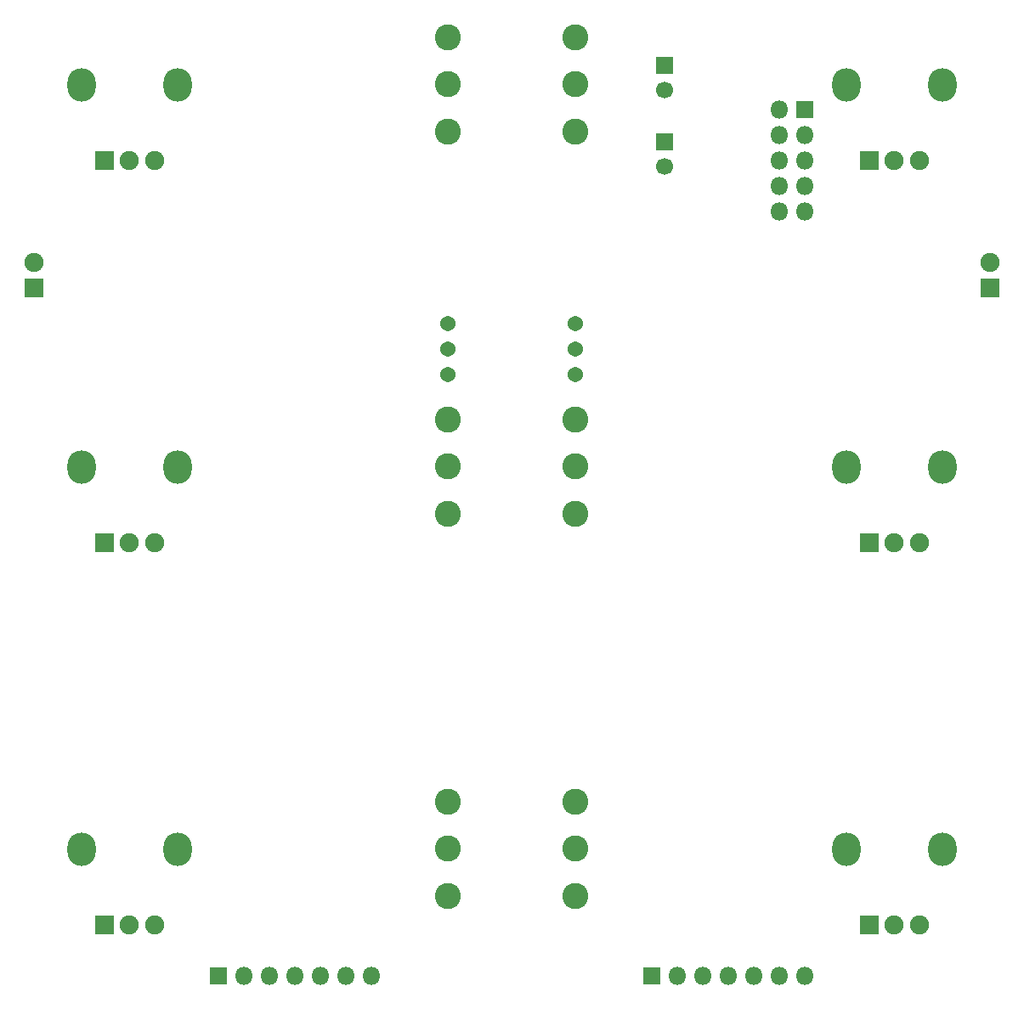
<source format=gbr>
G04 #@! TF.GenerationSoftware,KiCad,Pcbnew,5.1.6-c6e7f7d~86~ubuntu18.04.1*
G04 #@! TF.CreationDate,2020-06-20T10:00:21-04:00*
G04 #@! TF.ProjectId,slope_generators,736c6f70-655f-4676-956e-657261746f72,rev?*
G04 #@! TF.SameCoordinates,Original*
G04 #@! TF.FileFunction,Soldermask,Top*
G04 #@! TF.FilePolarity,Negative*
%FSLAX46Y46*%
G04 Gerber Fmt 4.6, Leading zero omitted, Abs format (unit mm)*
G04 Created by KiCad (PCBNEW 5.1.6-c6e7f7d~86~ubuntu18.04.1) date 2020-06-20 10:00:21*
%MOMM*%
%LPD*%
G01*
G04 APERTURE LIST*
%ADD10C,1.540000*%
%ADD11C,1.900000*%
%ADD12R,1.900000X1.900000*%
%ADD13C,1.700000*%
%ADD14R,1.700000X1.700000*%
%ADD15C,2.600000*%
%ADD16O,2.820000X3.340000*%
%ADD17O,1.800000X1.800000*%
%ADD18R,1.800000X1.800000*%
G04 APERTURE END LIST*
D10*
X157480000Y-82296000D03*
X157480000Y-84836000D03*
X157480000Y-87376000D03*
X144780000Y-82296000D03*
X144780000Y-84836000D03*
X144780000Y-87376000D03*
D11*
X198755000Y-76200000D03*
D12*
X198755000Y-78740000D03*
D11*
X103505000Y-76200000D03*
D12*
X103505000Y-78740000D03*
D13*
X166370000Y-66635000D03*
D14*
X166370000Y-64135000D03*
D13*
X166370000Y-59015000D03*
D14*
X166370000Y-56515000D03*
D15*
X157480000Y-139320000D03*
X157480000Y-134620000D03*
X157480000Y-129920000D03*
X157480000Y-63120000D03*
X157480000Y-58420000D03*
X157480000Y-53720000D03*
X157480000Y-101220000D03*
X157480000Y-96520000D03*
X157480000Y-91820000D03*
X144780000Y-139320000D03*
X144780000Y-134620000D03*
X144780000Y-129920000D03*
X144780000Y-63120000D03*
X144780000Y-58420000D03*
X144780000Y-53720000D03*
X144780000Y-101220000D03*
X144780000Y-96520000D03*
X144780000Y-91820000D03*
D16*
X184430000Y-96640000D03*
X194030000Y-96640000D03*
D11*
X191730000Y-104140000D03*
X189230000Y-104140000D03*
D12*
X186730000Y-104140000D03*
D16*
X184430000Y-58540000D03*
X194030000Y-58540000D03*
D11*
X191730000Y-66040000D03*
X189230000Y-66040000D03*
D12*
X186730000Y-66040000D03*
D16*
X184430000Y-134740000D03*
X194030000Y-134740000D03*
D11*
X191730000Y-142240000D03*
X189230000Y-142240000D03*
D12*
X186730000Y-142240000D03*
D16*
X108230000Y-96640000D03*
X117830000Y-96640000D03*
D11*
X115530000Y-104140000D03*
X113030000Y-104140000D03*
D12*
X110530000Y-104140000D03*
D16*
X108230000Y-58540000D03*
X117830000Y-58540000D03*
D11*
X115530000Y-66040000D03*
X113030000Y-66040000D03*
D12*
X110530000Y-66040000D03*
D16*
X108230000Y-134740000D03*
X117830000Y-134740000D03*
D11*
X115530000Y-142240000D03*
X113030000Y-142240000D03*
D12*
X110530000Y-142240000D03*
D17*
X177800000Y-71120000D03*
X180340000Y-71120000D03*
X177800000Y-68580000D03*
X180340000Y-68580000D03*
X177800000Y-66040000D03*
X180340000Y-66040000D03*
X177800000Y-63500000D03*
X180340000Y-63500000D03*
X177800000Y-60960000D03*
D18*
X180340000Y-60960000D03*
D17*
X180340000Y-147320000D03*
X177800000Y-147320000D03*
X175260000Y-147320000D03*
X172720000Y-147320000D03*
X170180000Y-147320000D03*
X167640000Y-147320000D03*
D18*
X165100000Y-147320000D03*
D17*
X137160000Y-147320000D03*
X134620000Y-147320000D03*
X132080000Y-147320000D03*
X129540000Y-147320000D03*
X127000000Y-147320000D03*
X124460000Y-147320000D03*
D18*
X121920000Y-147320000D03*
M02*

</source>
